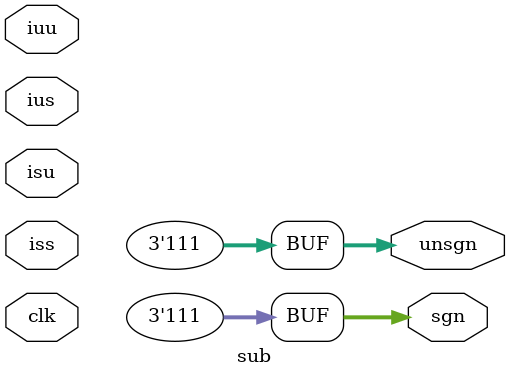
<source format=v>

module t (/*AUTOARG*/
   // Inputs
   clk
   );

   input clk;

   integer cyc; initial cyc = 0;

   wire signed [7:0] sgn_wide;
   wire [7:0]        unsgn_wide;

   // The instantiation will Z extend, not sign extend
   // verilator lint_off WIDTH
   sub sub (.clk,
            .sgn(sgn_wide), .unsgn(unsgn_wide),
            .iss(3'sh7), .isu(3'h7),
            .ius(3'sh7), .iuu(3'h7));
   // verilator lint_on WIDTH

   always @ (posedge clk) begin
`ifdef TEST_VERBOSE
      $write("out: 'b%b 'b%b\n", sgn_wide, unsgn_wide);
`endif
      if (sgn_wide[2:0] != 3'sh7) $stop;
      if (unsgn_wide[2:0] != 3'h7) $stop;
      // Simulators differ here.
      if (sgn_wide     !== 8'sbzzzzz111  // z-extension - NC
          && sgn_wide  !== 8'sb11111111) $stop;  // sign extension - VCS
      if (unsgn_wide   !== 8'sbzzzzz111
          && unsgn_wide!== 8'sb00000111) $stop;
      cyc <= cyc + 1;
      if (cyc==3) begin
         $write("*-* All Finished *-*\n");
         $finish;
      end
   end
endmodule

module sub (
            input clk,
            output wire signed [2:0] sgn,
            output wire [2:0] unsgn,
            input signed [7:0] iss,
            input signed [7:0] isu,
            input [7:0] ius,
            input [7:0] iuu);
   assign sgn = 3'sh7;
   assign unsgn = 3'h7;
   always @ (posedge clk) begin
`ifdef TEST_VERBOSE
      $write("in: %x %x %x %x\n", iss, isu, ius, iuu);
      if (iss != 8'hff) $stop;
      if (isu != 8'h07) $stop;
      if (ius != 8'hff) $stop;
      if (iuu != 8'h07) $stop;
`endif
   end

endmodule

</source>
